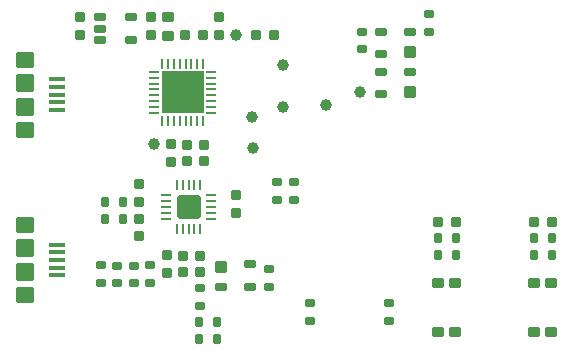
<source format=gtp>
G04*
G04 #@! TF.GenerationSoftware,Altium Limited,Altium Designer,21.6.1 (37)*
G04*
G04 Layer_Color=8421504*
%FSLAX44Y44*%
%MOMM*%
G71*
G04*
G04 #@! TF.SameCoordinates,EB5C24EC-25F4-4F86-8BBE-D8D07956753C*
G04*
G04*
G04 #@! TF.FilePolarity,Positive*
G04*
G01*
G75*
%ADD14C,1.0000*%
G04:AMPARAMS|DCode=15|XSize=0.6mm|YSize=0.9mm|CornerRadius=0.075mm|HoleSize=0mm|Usage=FLASHONLY|Rotation=90.000|XOffset=0mm|YOffset=0mm|HoleType=Round|Shape=RoundedRectangle|*
%AMROUNDEDRECTD15*
21,1,0.6000,0.7500,0,0,90.0*
21,1,0.4500,0.9000,0,0,90.0*
1,1,0.1500,0.3750,0.2250*
1,1,0.1500,0.3750,-0.2250*
1,1,0.1500,-0.3750,-0.2250*
1,1,0.1500,-0.3750,0.2250*
%
%ADD15ROUNDEDRECTD15*%
G04:AMPARAMS|DCode=16|XSize=0.8mm|YSize=0.8mm|CornerRadius=0.1mm|HoleSize=0mm|Usage=FLASHONLY|Rotation=90.000|XOffset=0mm|YOffset=0mm|HoleType=Round|Shape=RoundedRectangle|*
%AMROUNDEDRECTD16*
21,1,0.8000,0.6000,0,0,90.0*
21,1,0.6000,0.8000,0,0,90.0*
1,1,0.2000,0.3000,0.3000*
1,1,0.2000,0.3000,-0.3000*
1,1,0.2000,-0.3000,-0.3000*
1,1,0.2000,-0.3000,0.3000*
%
%ADD16ROUNDEDRECTD16*%
G04:AMPARAMS|DCode=17|XSize=0.99mm|YSize=0.88mm|CornerRadius=0.11mm|HoleSize=0mm|Usage=FLASHONLY|Rotation=0.000|XOffset=0mm|YOffset=0mm|HoleType=Round|Shape=RoundedRectangle|*
%AMROUNDEDRECTD17*
21,1,0.9900,0.6600,0,0,0.0*
21,1,0.7700,0.8800,0,0,0.0*
1,1,0.2200,0.3850,-0.3300*
1,1,0.2200,-0.3850,-0.3300*
1,1,0.2200,-0.3850,0.3300*
1,1,0.2200,0.3850,0.3300*
%
%ADD17ROUNDEDRECTD17*%
G04:AMPARAMS|DCode=18|XSize=0.6mm|YSize=0.8mm|CornerRadius=0.075mm|HoleSize=0mm|Usage=FLASHONLY|Rotation=270.000|XOffset=0mm|YOffset=0mm|HoleType=Round|Shape=RoundedRectangle|*
%AMROUNDEDRECTD18*
21,1,0.6000,0.6500,0,0,270.0*
21,1,0.4500,0.8000,0,0,270.0*
1,1,0.1500,-0.3250,-0.2250*
1,1,0.1500,-0.3250,0.2250*
1,1,0.1500,0.3250,0.2250*
1,1,0.1500,0.3250,-0.2250*
%
%ADD18ROUNDEDRECTD18*%
G04:AMPARAMS|DCode=19|XSize=0.8mm|YSize=0.8mm|CornerRadius=0.1mm|HoleSize=0mm|Usage=FLASHONLY|Rotation=180.000|XOffset=0mm|YOffset=0mm|HoleType=Round|Shape=RoundedRectangle|*
%AMROUNDEDRECTD19*
21,1,0.8000,0.6000,0,0,180.0*
21,1,0.6000,0.8000,0,0,180.0*
1,1,0.2000,-0.3000,0.3000*
1,1,0.2000,0.3000,0.3000*
1,1,0.2000,0.3000,-0.3000*
1,1,0.2000,-0.3000,-0.3000*
%
%ADD19ROUNDEDRECTD19*%
G04:AMPARAMS|DCode=20|XSize=1.05mm|YSize=1.05mm|CornerRadius=0.1313mm|HoleSize=0mm|Usage=FLASHONLY|Rotation=90.000|XOffset=0mm|YOffset=0mm|HoleType=Round|Shape=RoundedRectangle|*
%AMROUNDEDRECTD20*
21,1,1.0500,0.7875,0,0,90.0*
21,1,0.7875,1.0500,0,0,90.0*
1,1,0.2625,0.3938,0.3938*
1,1,0.2625,0.3938,-0.3938*
1,1,0.2625,-0.3938,-0.3938*
1,1,0.2625,-0.3938,0.3938*
%
%ADD20ROUNDEDRECTD20*%
G04:AMPARAMS|DCode=21|XSize=0.6mm|YSize=1.05mm|CornerRadius=0.075mm|HoleSize=0mm|Usage=FLASHONLY|Rotation=90.000|XOffset=0mm|YOffset=0mm|HoleType=Round|Shape=RoundedRectangle|*
%AMROUNDEDRECTD21*
21,1,0.6000,0.9000,0,0,90.0*
21,1,0.4500,1.0500,0,0,90.0*
1,1,0.1500,0.4500,0.2250*
1,1,0.1500,0.4500,-0.2250*
1,1,0.1500,-0.4500,-0.2250*
1,1,0.1500,-0.4500,0.2250*
%
%ADD21ROUNDEDRECTD21*%
G04:AMPARAMS|DCode=22|XSize=1.5mm|YSize=1.55mm|CornerRadius=0.1875mm|HoleSize=0mm|Usage=FLASHONLY|Rotation=90.000|XOffset=0mm|YOffset=0mm|HoleType=Round|Shape=RoundedRectangle|*
%AMROUNDEDRECTD22*
21,1,1.5000,1.1750,0,0,90.0*
21,1,1.1250,1.5500,0,0,90.0*
1,1,0.3750,0.5875,0.5625*
1,1,0.3750,0.5875,-0.5625*
1,1,0.3750,-0.5875,-0.5625*
1,1,0.3750,-0.5875,0.5625*
%
%ADD22ROUNDEDRECTD22*%
G04:AMPARAMS|DCode=23|XSize=0.4mm|YSize=1.35mm|CornerRadius=0.05mm|HoleSize=0mm|Usage=FLASHONLY|Rotation=270.000|XOffset=0mm|YOffset=0mm|HoleType=Round|Shape=RoundedRectangle|*
%AMROUNDEDRECTD23*
21,1,0.4000,1.2500,0,0,270.0*
21,1,0.3000,1.3500,0,0,270.0*
1,1,0.1000,-0.6250,-0.1500*
1,1,0.1000,-0.6250,0.1500*
1,1,0.1000,0.6250,0.1500*
1,1,0.1000,0.6250,-0.1500*
%
%ADD23ROUNDEDRECTD23*%
G04:AMPARAMS|DCode=24|XSize=1.37mm|YSize=1.55mm|CornerRadius=0.1713mm|HoleSize=0mm|Usage=FLASHONLY|Rotation=270.000|XOffset=0mm|YOffset=0mm|HoleType=Round|Shape=RoundedRectangle|*
%AMROUNDEDRECTD24*
21,1,1.3700,1.2075,0,0,270.0*
21,1,1.0275,1.5500,0,0,270.0*
1,1,0.3425,-0.6038,-0.5138*
1,1,0.3425,-0.6038,0.5138*
1,1,0.3425,0.6038,0.5138*
1,1,0.3425,0.6038,-0.5138*
%
%ADD24ROUNDEDRECTD24*%
G04:AMPARAMS|DCode=25|XSize=0.6mm|YSize=0.9mm|CornerRadius=0.075mm|HoleSize=0mm|Usage=FLASHONLY|Rotation=0.000|XOffset=0mm|YOffset=0mm|HoleType=Round|Shape=RoundedRectangle|*
%AMROUNDEDRECTD25*
21,1,0.6000,0.7500,0,0,0.0*
21,1,0.4500,0.9000,0,0,0.0*
1,1,0.1500,0.2250,-0.3750*
1,1,0.1500,-0.2250,-0.3750*
1,1,0.1500,-0.2250,0.3750*
1,1,0.1500,0.2250,0.3750*
%
%ADD25ROUNDEDRECTD25*%
G04:AMPARAMS|DCode=26|XSize=0.9mm|YSize=1mm|CornerRadius=0.1125mm|HoleSize=0mm|Usage=FLASHONLY|Rotation=270.000|XOffset=0mm|YOffset=0mm|HoleType=Round|Shape=RoundedRectangle|*
%AMROUNDEDRECTD26*
21,1,0.9000,0.7750,0,0,270.0*
21,1,0.6750,1.0000,0,0,270.0*
1,1,0.2250,-0.3875,-0.3375*
1,1,0.2250,-0.3875,0.3375*
1,1,0.2250,0.3875,0.3375*
1,1,0.2250,0.3875,-0.3375*
%
%ADD26ROUNDEDRECTD26*%
%ADD27O,0.8500X0.2500*%
%ADD28O,0.2500X0.8500*%
G04:AMPARAMS|DCode=29|XSize=3.6mm|YSize=3.6mm|CornerRadius=0.18mm|HoleSize=0mm|Usage=FLASHONLY|Rotation=180.000|XOffset=0mm|YOffset=0mm|HoleType=Round|Shape=RoundedRectangle|*
%AMROUNDEDRECTD29*
21,1,3.6000,3.2400,0,0,180.0*
21,1,3.2400,3.6000,0,0,180.0*
1,1,0.3600,-1.6200,1.6200*
1,1,0.3600,1.6200,1.6200*
1,1,0.3600,1.6200,-1.6200*
1,1,0.3600,-1.6200,-1.6200*
%
%ADD29ROUNDEDRECTD29*%
G04:AMPARAMS|DCode=30|XSize=0.6mm|YSize=1mm|CornerRadius=0.075mm|HoleSize=0mm|Usage=FLASHONLY|Rotation=90.000|XOffset=0mm|YOffset=0mm|HoleType=Round|Shape=RoundedRectangle|*
%AMROUNDEDRECTD30*
21,1,0.6000,0.8500,0,0,90.0*
21,1,0.4500,1.0000,0,0,90.0*
1,1,0.1500,0.4250,0.2250*
1,1,0.1500,0.4250,-0.2250*
1,1,0.1500,-0.4250,-0.2250*
1,1,0.1500,-0.4250,0.2250*
%
%ADD30ROUNDEDRECTD30*%
G04:AMPARAMS|DCode=31|XSize=1.98mm|YSize=1.98mm|CornerRadius=0.198mm|HoleSize=0mm|Usage=FLASHONLY|Rotation=270.000|XOffset=0mm|YOffset=0mm|HoleType=Round|Shape=RoundedRectangle|*
%AMROUNDEDRECTD31*
21,1,1.9800,1.5840,0,0,270.0*
21,1,1.5840,1.9800,0,0,270.0*
1,1,0.3960,-0.7920,-0.7920*
1,1,0.3960,-0.7920,0.7920*
1,1,0.3960,0.7920,0.7920*
1,1,0.3960,0.7920,-0.7920*
%
%ADD31ROUNDEDRECTD31*%
%ADD32O,0.9000X0.2500*%
%ADD33O,0.2500X0.9000*%
D14*
X200613Y270426D02*
D03*
X239777Y245324D02*
D03*
X305000Y222500D02*
D03*
X276407Y211634D02*
D03*
X239672Y209672D02*
D03*
X213509Y201275D02*
D03*
X214201Y174671D02*
D03*
X130732Y178009D02*
D03*
D15*
X127500Y60500D02*
D03*
Y75500D02*
D03*
X85500Y60500D02*
D03*
Y75500D02*
D03*
X363500Y273500D02*
D03*
Y288500D02*
D03*
X306500Y273500D02*
D03*
Y258500D02*
D03*
X228500Y57500D02*
D03*
Y72500D02*
D03*
X169500Y56000D02*
D03*
Y41000D02*
D03*
X249000Y131000D02*
D03*
Y146000D02*
D03*
X234500Y131000D02*
D03*
Y146000D02*
D03*
D16*
X141500Y84000D02*
D03*
Y69000D02*
D03*
X145000Y163000D02*
D03*
Y178000D02*
D03*
X68000Y270500D02*
D03*
Y285500D02*
D03*
X128500Y270500D02*
D03*
Y285500D02*
D03*
X185613Y285426D02*
D03*
Y270426D02*
D03*
X200500Y120000D02*
D03*
Y135000D02*
D03*
X118000Y115000D02*
D03*
Y100000D02*
D03*
Y144000D02*
D03*
Y129000D02*
D03*
D17*
X142500Y286150D02*
D03*
Y269850D02*
D03*
D18*
X329500Y43250D02*
D03*
Y28750D02*
D03*
X263000D02*
D03*
Y43250D02*
D03*
X113500Y75250D02*
D03*
Y60750D02*
D03*
X99500D02*
D03*
Y75250D02*
D03*
D19*
X170000Y83500D02*
D03*
X155000D02*
D03*
X157114Y270926D02*
D03*
X172113D02*
D03*
X158500Y177500D02*
D03*
X173500D02*
D03*
X158500Y163500D02*
D03*
X173500D02*
D03*
X386258Y112500D02*
D03*
X371258D02*
D03*
X467500Y112500D02*
D03*
X452500D02*
D03*
X155000Y69500D02*
D03*
X170000D02*
D03*
X217113Y270426D02*
D03*
X232114D02*
D03*
D20*
X187750Y74500D02*
D03*
X347250Y222500D02*
D03*
Y256500D02*
D03*
D21*
X187750Y57500D02*
D03*
X212250D02*
D03*
Y76500D02*
D03*
X322750Y220500D02*
D03*
Y239500D02*
D03*
X347250D02*
D03*
X322750Y254500D02*
D03*
Y273500D02*
D03*
X347250D02*
D03*
D22*
X21500Y90000D02*
D03*
Y70000D02*
D03*
Y210000D02*
D03*
Y230000D02*
D03*
D23*
X48500Y93000D02*
D03*
Y86500D02*
D03*
Y67000D02*
D03*
Y73500D02*
D03*
Y80000D02*
D03*
Y220000D02*
D03*
Y213500D02*
D03*
Y207000D02*
D03*
Y226500D02*
D03*
Y233000D02*
D03*
D24*
X21500Y50250D02*
D03*
Y109750D02*
D03*
Y249750D02*
D03*
Y190250D02*
D03*
D25*
X89500Y115000D02*
D03*
X104500D02*
D03*
X169000Y13500D02*
D03*
X184000D02*
D03*
X386258Y84500D02*
D03*
X371258D02*
D03*
X169000Y27500D02*
D03*
X184000D02*
D03*
X371258Y98500D02*
D03*
X386258D02*
D03*
X452500Y98500D02*
D03*
X467500D02*
D03*
X104500Y129000D02*
D03*
X89500D02*
D03*
X467500Y84500D02*
D03*
X452500D02*
D03*
D26*
X452750Y19500D02*
D03*
X467250D02*
D03*
X452750Y60500D02*
D03*
X467250D02*
D03*
X385508Y60500D02*
D03*
X371008D02*
D03*
X385508Y19500D02*
D03*
X371008D02*
D03*
D27*
X179000Y204500D02*
D03*
Y209500D02*
D03*
Y214500D02*
D03*
Y219500D02*
D03*
Y224500D02*
D03*
Y229500D02*
D03*
Y234500D02*
D03*
Y239500D02*
D03*
X131000D02*
D03*
Y234500D02*
D03*
Y229500D02*
D03*
Y224500D02*
D03*
Y219500D02*
D03*
Y214500D02*
D03*
Y209500D02*
D03*
Y204500D02*
D03*
D28*
X172500Y246000D02*
D03*
X167500D02*
D03*
X162500D02*
D03*
X157500D02*
D03*
X152500D02*
D03*
X147500D02*
D03*
X142500D02*
D03*
X137500D02*
D03*
Y198000D02*
D03*
X142500D02*
D03*
X147500D02*
D03*
X152500D02*
D03*
X157500D02*
D03*
X162500D02*
D03*
X167500D02*
D03*
X172500D02*
D03*
D29*
X155000Y222000D02*
D03*
D30*
X111100Y285500D02*
D03*
Y266500D02*
D03*
X84900D02*
D03*
Y276000D02*
D03*
Y285500D02*
D03*
D31*
X160000Y125000D02*
D03*
D32*
X178750Y135000D02*
D03*
Y130000D02*
D03*
Y125000D02*
D03*
Y120000D02*
D03*
Y115000D02*
D03*
X141250D02*
D03*
Y120000D02*
D03*
Y125000D02*
D03*
Y130000D02*
D03*
Y135000D02*
D03*
D33*
X170000Y106250D02*
D03*
X165000D02*
D03*
X160000D02*
D03*
X155000D02*
D03*
X150000D02*
D03*
Y143750D02*
D03*
X155000D02*
D03*
X160000D02*
D03*
X165000D02*
D03*
X170000D02*
D03*
M02*

</source>
